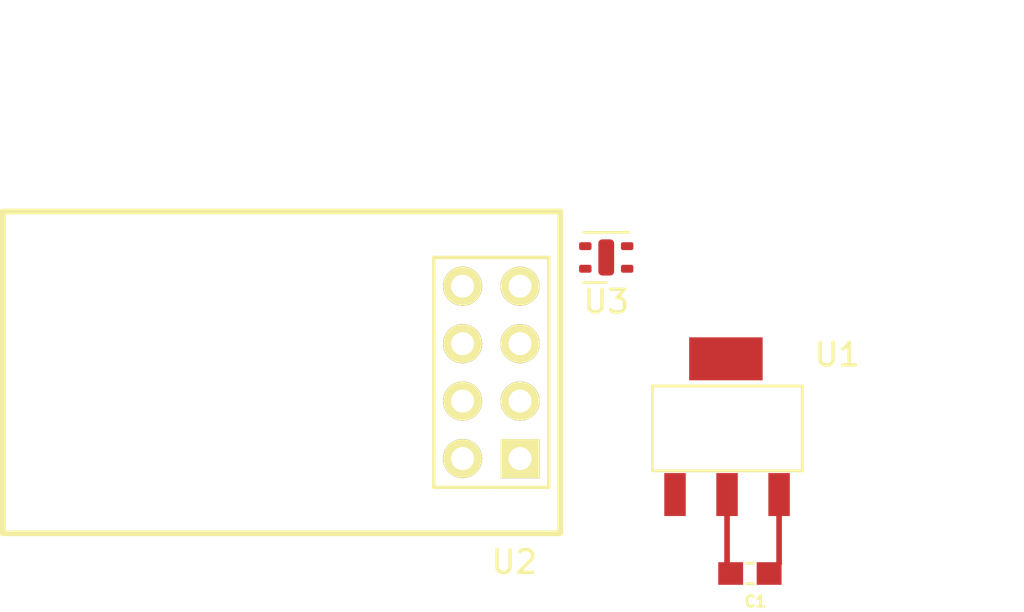
<source format=kicad_pcb>
(kicad_pcb (version 20171130) (host pcbnew "(5.1.10-1-10_14)")

  (general
    (thickness 1.6)
    (drawings 0)
    (tracks 4)
    (zones 0)
    (modules 5)
    (nets 11)
  )

  (page A4)
  (layers
    (0 F.Cu signal)
    (31 B.Cu signal)
    (32 B.Adhes user)
    (33 F.Adhes user)
    (34 B.Paste user)
    (35 F.Paste user)
    (36 B.SilkS user)
    (37 F.SilkS user)
    (38 B.Mask user)
    (39 F.Mask user)
    (40 Dwgs.User user)
    (41 Cmts.User user)
    (42 Eco1.User user)
    (43 Eco2.User user)
    (44 Edge.Cuts user)
    (45 Margin user)
    (46 B.CrtYd user)
    (47 F.CrtYd user)
    (48 B.Fab user)
    (49 F.Fab user)
  )

  (setup
    (last_trace_width 0.25)
    (user_trace_width 4)
    (trace_clearance 0.2)
    (zone_clearance 0.508)
    (zone_45_only no)
    (trace_min 0.2)
    (via_size 0.8)
    (via_drill 0.4)
    (via_min_size 0.4)
    (via_min_drill 0.3)
    (uvia_size 0.3)
    (uvia_drill 0.1)
    (uvias_allowed no)
    (uvia_min_size 0.2)
    (uvia_min_drill 0.1)
    (edge_width 0.05)
    (segment_width 0.2)
    (pcb_text_width 0.3)
    (pcb_text_size 1.5 1.5)
    (mod_edge_width 0.12)
    (mod_text_size 1 1)
    (mod_text_width 0.15)
    (pad_size 1.524 1.524)
    (pad_drill 0.762)
    (pad_to_mask_clearance 0)
    (aux_axis_origin 0 0)
    (visible_elements FFFFFF7F)
    (pcbplotparams
      (layerselection 0x010fc_ffffffff)
      (usegerberextensions false)
      (usegerberattributes true)
      (usegerberadvancedattributes true)
      (creategerberjobfile true)
      (excludeedgelayer true)
      (linewidth 0.100000)
      (plotframeref false)
      (viasonmask false)
      (mode 1)
      (useauxorigin false)
      (hpglpennumber 1)
      (hpglpenspeed 20)
      (hpglpendiameter 15.000000)
      (psnegative false)
      (psa4output false)
      (plotreference true)
      (plotvalue true)
      (plotinvisibletext false)
      (padsonsilk false)
      (subtractmaskfromsilk false)
      (outputformat 1)
      (mirror false)
      (drillshape 1)
      (scaleselection 1)
      (outputdirectory ""))
  )

  (net 0 "")
  (net 1 GND)
  (net 2 +3V3)
  (net 3 "Net-(BT1-Pad1)")
  (net 4 "Net-(U2-Pad8)")
  (net 5 SCL)
  (net 6 "Net-(U2-Pad5)")
  (net 7 SDA)
  (net 8 "Net-(U2-Pad3)")
  (net 9 "Net-(U2-Pad1)")
  (net 10 "Net-(U3-Pad5)")

  (net_class Default "This is the default net class."
    (clearance 0.2)
    (trace_width 0.25)
    (via_dia 0.8)
    (via_drill 0.4)
    (uvia_dia 0.3)
    (uvia_drill 0.1)
    (add_net +3V3)
    (add_net GND)
    (add_net "Net-(BT1-Pad1)")
    (add_net "Net-(U2-Pad1)")
    (add_net "Net-(U2-Pad3)")
    (add_net "Net-(U2-Pad5)")
    (add_net "Net-(U2-Pad8)")
    (add_net "Net-(U3-Pad5)")
    (add_net SCL)
    (add_net SDA)
  )

  (module Sensor_Humidity:Sensirion_DFN-4-1EP_2x2mm_P1mm_EP0.7x1.6mm (layer F.Cu) (tedit 5DC7035C) (tstamp 61A734CD)
    (at 161.29 -209.55 180)
    (descr "DFN, 4 Pin (https://www.sensirion.com/fileadmin/user_upload/customers/sensirion/Dokumente/0_Datasheets/Humidity/Sensirion_Humidity_Sensors_SHTC3_Datasheet.pdf)")
    (tags "Sensirion DFN NoLead")
    (path /61A76649)
    (attr smd)
    (fp_text reference U3 (at 0 -1.95) (layer F.SilkS)
      (effects (font (size 1 1) (thickness 0.15)))
    )
    (fp_text value SHTC3 (at 0 1.95) (layer F.Fab)
      (effects (font (size 1 1) (thickness 0.15)))
    )
    (fp_text user %R (at 0 0) (layer F.Fab)
      (effects (font (size 0.5 0.5) (thickness 0.08)))
    )
    (fp_line (start 0 -1.11) (end 1 -1.11) (layer F.SilkS) (width 0.12))
    (fp_line (start -1 1.11) (end 1 1.11) (layer F.SilkS) (width 0.12))
    (fp_line (start -0.5 -1) (end 1 -1) (layer F.Fab) (width 0.1))
    (fp_line (start 1 -1) (end 1 1) (layer F.Fab) (width 0.1))
    (fp_line (start 1 1) (end -1 1) (layer F.Fab) (width 0.1))
    (fp_line (start -1 1) (end -1 -0.5) (layer F.Fab) (width 0.1))
    (fp_line (start -1 -0.5) (end -0.5 -1) (layer F.Fab) (width 0.1))
    (fp_line (start -1.45 -1.25) (end -1.45 1.25) (layer F.CrtYd) (width 0.05))
    (fp_line (start -1.45 1.25) (end 1.45 1.25) (layer F.CrtYd) (width 0.05))
    (fp_line (start 1.45 1.25) (end 1.45 -1.25) (layer F.CrtYd) (width 0.05))
    (fp_line (start 1.45 -1.25) (end -1.45 -1.25) (layer F.CrtYd) (width 0.05))
    (pad "" smd roundrect (at 0 0 180) (size 0.5 1.4) (layers F.Paste) (roundrect_rratio 0.25))
    (pad "" smd roundrect (at 1.025 -0.5) (size 0.55 0.35) (layers F.Paste) (roundrect_rratio 0.25))
    (pad "" smd roundrect (at 1.025 0.5) (size 0.55 0.35) (layers F.Paste) (roundrect_rratio 0.25))
    (pad "" smd roundrect (at -1.025 0.5 180) (size 0.55 0.35) (layers F.Paste) (roundrect_rratio 0.25))
    (pad "" smd roundrect (at -1.025 -0.5 180) (size 0.55 0.35) (layers F.Paste) (roundrect_rratio 0.25))
    (pad 5 smd roundrect (at 0 0 180) (size 0.7 1.6) (layers F.Cu F.Mask) (roundrect_rratio 0.25)
      (net 10 "Net-(U3-Pad5)"))
    (pad 4 smd roundrect (at 0.925 -0.5 180) (size 0.55 0.35) (layers F.Cu F.Mask) (roundrect_rratio 0.25)
      (net 2 +3V3))
    (pad 3 smd roundrect (at 0.925 0.5 180) (size 0.55 0.35) (layers F.Cu F.Mask) (roundrect_rratio 0.25)
      (net 7 SDA))
    (pad 2 smd roundrect (at -0.925 0.5 180) (size 0.55 0.35) (layers F.Cu F.Mask) (roundrect_rratio 0.25)
      (net 5 SCL))
    (pad 1 smd roundrect (at -0.925 -0.5 180) (size 0.55 0.35) (layers F.Cu F.Mask) (roundrect_rratio 0.25)
      (net 1 GND))
    (model ${KISYS3DMOD}/Sensor_Humidity.3dshapes/Sensirion_DFN-4-1EP_2x2mm_P1mm_EP0.7x1.6mm.wrl
      (at (xyz 0 0 0))
      (scale (xyz 1 1 1))
      (rotate (xyz 0 0 0))
    )
  )

  (module ESP8266:ESP-01 (layer F.Cu) (tedit 577EF889) (tstamp 61A734B3)
    (at 157.48 -200.66 180)
    (descr "Module, ESP-8266, ESP-01, 8 pin")
    (tags "Module ESP-8266 ESP8266")
    (path /61A7D0E8)
    (fp_text reference U2 (at 0.254 -4.572) (layer F.SilkS)
      (effects (font (size 1 1) (thickness 0.15)))
    )
    (fp_text value ESP-01v090 (at 12.192 3.556) (layer F.Fab)
      (effects (font (size 1 1) (thickness 0.15)))
    )
    (fp_line (start -1.778 -3.302) (end 22.86 -3.302) (layer F.SilkS) (width 0.254))
    (fp_line (start 22.86 -3.302) (end 22.86 10.922) (layer F.SilkS) (width 0.254))
    (fp_line (start 22.86 10.922) (end -1.778 10.922) (layer F.SilkS) (width 0.254))
    (fp_line (start -1.778 10.922) (end -1.778 -3.302) (layer F.SilkS) (width 0.254))
    (fp_line (start -1.778 -3.302) (end 22.86 -3.302) (layer F.Fab) (width 0.05))
    (fp_line (start 22.86 -3.302) (end 22.86 10.922) (layer F.Fab) (width 0.05))
    (fp_line (start 22.86 10.922) (end -1.778 10.922) (layer F.Fab) (width 0.05))
    (fp_line (start -1.778 10.922) (end -1.778 -3.302) (layer F.Fab) (width 0.05))
    (fp_line (start 1.27 -1.27) (end -1.27 -1.27) (layer F.SilkS) (width 0.1524))
    (fp_line (start -1.27 -1.27) (end -1.27 1.27) (layer F.SilkS) (width 0.1524))
    (fp_line (start -1.75 -1.75) (end -1.75 9.4) (layer F.CrtYd) (width 0.05))
    (fp_line (start 4.3 -1.75) (end 4.3 9.4) (layer F.CrtYd) (width 0.05))
    (fp_line (start -1.75 -1.75) (end 4.3 -1.75) (layer F.CrtYd) (width 0.05))
    (fp_line (start -1.75 9.4) (end 4.3 9.4) (layer F.CrtYd) (width 0.05))
    (fp_line (start -1.27 1.27) (end -1.27 8.89) (layer F.SilkS) (width 0.1524))
    (fp_line (start -1.27 8.89) (end 3.81 8.89) (layer F.SilkS) (width 0.1524))
    (fp_line (start 3.81 8.89) (end 3.81 -1.27) (layer F.SilkS) (width 0.1524))
    (fp_line (start 3.81 -1.27) (end 1.27 -1.27) (layer F.SilkS) (width 0.1524))
    (pad 8 thru_hole oval (at 2.54 7.62 180) (size 1.7272 1.7272) (drill 1.016) (layers *.Cu *.Mask F.SilkS)
      (net 4 "Net-(U2-Pad8)"))
    (pad 7 thru_hole oval (at 0 7.62 180) (size 1.7272 1.7272) (drill 1.016) (layers *.Cu *.Mask F.SilkS)
      (net 2 +3V3))
    (pad 6 thru_hole oval (at 2.54 5.08 180) (size 1.7272 1.7272) (drill 1.016) (layers *.Cu *.Mask F.SilkS)
      (net 5 SCL))
    (pad 5 thru_hole oval (at 0 5.08 180) (size 1.7272 1.7272) (drill 1.016) (layers *.Cu *.Mask F.SilkS)
      (net 6 "Net-(U2-Pad5)"))
    (pad 4 thru_hole oval (at 2.54 2.54 180) (size 1.7272 1.7272) (drill 1.016) (layers *.Cu *.Mask F.SilkS)
      (net 7 SDA))
    (pad 3 thru_hole oval (at 0 2.54 180) (size 1.7272 1.7272) (drill 1.016) (layers *.Cu *.Mask F.SilkS)
      (net 8 "Net-(U2-Pad3)"))
    (pad 2 thru_hole oval (at 2.54 0 180) (size 1.7272 1.7272) (drill 1.016) (layers *.Cu *.Mask F.SilkS)
      (net 1 GND))
    (pad 1 thru_hole rect (at 0 0 180) (size 1.7272 1.7272) (drill 1.016) (layers *.Cu *.Mask F.SilkS)
      (net 9 "Net-(U2-Pad1)"))
  )

  (module TC1262-3:SOT-223-3 (layer F.Cu) (tedit 61A6CE63) (tstamp 61A73495)
    (at 163.83 -198.12)
    (path /61A6D18E)
    (fp_text reference U1 (at 7.675 -7.135) (layer F.SilkS)
      (effects (font (size 1 1) (thickness 0.15)))
    )
    (fp_text value TC1262-33 (at 11.465 -1.135) (layer F.Fab)
      (effects (font (size 1 1) (thickness 0.15)))
    )
    (fp_line (start -0.5 -5.75) (end -0.5 -2) (layer F.SilkS) (width 0.127))
    (fp_line (start -0.5 -2) (end 6.125 -2) (layer F.SilkS) (width 0.127))
    (fp_line (start 6.125 -2) (end 6.125 -5.75) (layer F.SilkS) (width 0.127))
    (fp_line (start 6.125 -5.75) (end -0.5 -5.75) (layer F.SilkS) (width 0.127))
    (pad 4 smd rect (at 2.75 -6.95) (size 3.25 1.9) (layers F.Cu F.Paste F.Mask))
    (pad 3 smd rect (at 5.1 -0.95) (size 0.95 1.9) (layers F.Cu F.Paste F.Mask)
      (net 2 +3V3))
    (pad 2 smd rect (at 2.8 -0.95) (size 0.95 1.9) (layers F.Cu F.Paste F.Mask)
      (net 1 GND))
    (pad 1 smd rect (at 0.5 -0.95) (size 0.95 1.9) (layers F.Cu F.Paste F.Mask)
      (net 3 "Net-(BT1-Pad1)"))
  )

  (module TPCL105M010R5000:CAPC1608X90 (layer F.Cu) (tedit 61A6D045) (tstamp 61A73489)
    (at 167.64 -195.58 180)
    (descr <b>CAPACITOR</b>)
    (path /61A6F27A)
    (fp_text reference C1 (at -0.235808 -1.239253) (layer F.SilkS)
      (effects (font (size 0.474067 0.474067) (thickness 0.15)))
    )
    (fp_text value 0.1uF (at 1.567319 1.206787) (layer F.Fab)
      (effects (font (size 0.473139 0.473139) (thickness 0.15)))
    )
    (fp_line (start -1.673 -0.783) (end 1.673 -0.783) (layer F.CrtYd) (width 0.0508))
    (fp_line (start 1.673 -0.783) (end 1.673 0.783) (layer F.CrtYd) (width 0.0508))
    (fp_line (start 1.673 0.783) (end -1.673 0.783) (layer F.CrtYd) (width 0.0508))
    (fp_line (start -1.673 0.783) (end -1.673 -0.783) (layer F.CrtYd) (width 0.0508))
    (fp_line (start -0.356 -0.432) (end 0.356 -0.432) (layer F.Fab) (width 0.1016))
    (fp_line (start -0.356 0.419) (end 0.356 0.419) (layer F.Fab) (width 0.1016))
    (fp_poly (pts (xy -0.838606 -0.4801) (xy -0.3381 -0.4801) (xy -0.3381 0.470129) (xy -0.838606 0.470129)) (layer F.Fab) (width 0.01))
    (fp_poly (pts (xy 0.330881 -0.4801) (xy 0.8303 -0.4801) (xy 0.8303 0.470869) (xy 0.330881 0.470869)) (layer F.Fab) (width 0.01))
    (fp_line (start -0.15 -0.45) (end 0.15 -0.45) (layer F.SilkS) (width 0.127))
    (fp_line (start -0.15 0.45) (end 0.15 0.45) (layer F.SilkS) (width 0.127))
    (pad 2 smd rect (at 0.85 0 180) (size 1.1 1) (layers F.Cu F.Paste F.Mask)
      (net 1 GND))
    (pad 1 smd rect (at -0.85 0 180) (size 1.1 1) (layers F.Cu F.Paste F.Mask)
      (net 2 +3V3))
  )

  (module Battery:Battery_CR1225 (layer F.Cu) (tedit 5B93F51B) (tstamp 61A73479)
    (at 170.18 -214.63)
    (descr "CR1225 battery")
    (tags "battery CR1225 coin cell")
    (path /61A67C5E)
    (attr virtual)
    (fp_text reference BT1 (at 0 -1) (layer F.SilkS) hide
      (effects (font (size 1 1) (thickness 0.15)))
    )
    (fp_text value Battery_Cell (at 0 0.5) (layer F.Fab)
      (effects (font (size 1 1) (thickness 0.15)))
    )
    (fp_circle (center 0 0) (end 6.25 0) (layer F.Fab) (width 0.1))
    (model ${KISYS3DMOD}/Battery.3dshapes/Battery_CR1225.wrl
      (at (xyz 0 0 0))
      (scale (xyz 1 1 1))
      (rotate (xyz 0 0 0))
    )
  )

  (segment (start 166.63 -195.74) (end 166.79 -195.58) (width 0.25) (layer F.Cu) (net 1))
  (segment (start 166.63 -199.07) (end 166.63 -195.74) (width 0.25) (layer F.Cu) (net 1))
  (segment (start 168.93 -196.02) (end 168.49 -195.58) (width 0.25) (layer F.Cu) (net 2))
  (segment (start 168.93 -199.07) (end 168.93 -196.02) (width 0.25) (layer F.Cu) (net 2))

)

</source>
